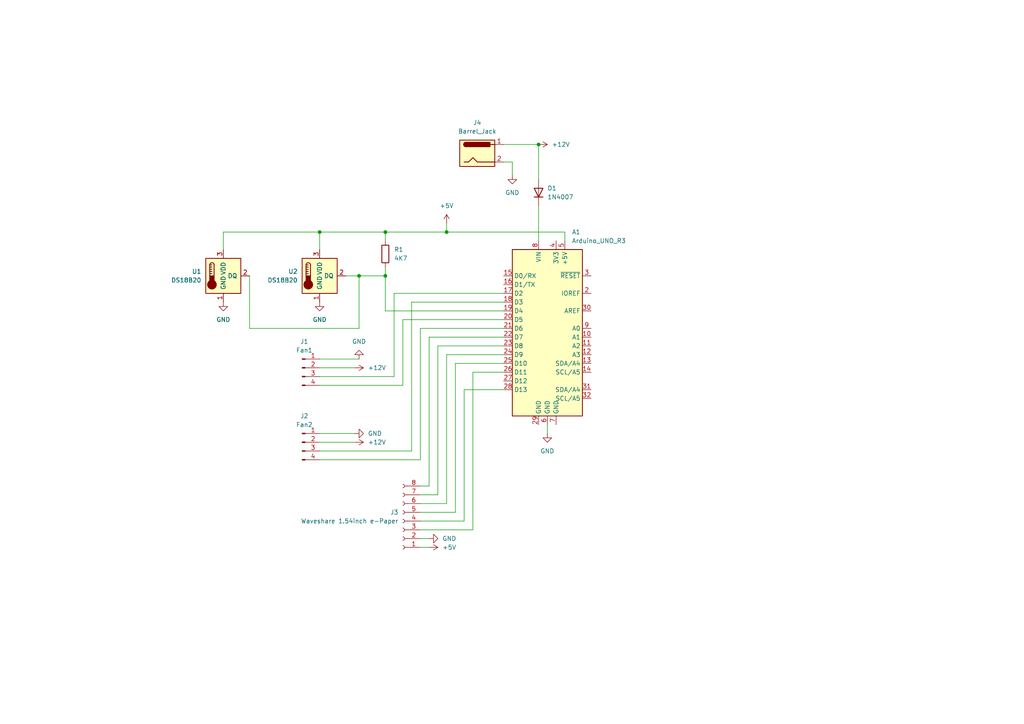
<source format=kicad_sch>
(kicad_sch (version 20211123) (generator eeschema)
  (paper "A4")
  (title_block (title "MQTT Fan Controller") (date "2022-07-22") (rev "1"))
  (lib_symbols
    (symbol "Connector:Barrel_Jack" (pin_names (offset 1.016))
      (property "Reference" "J" (at 0 5.334 0))
      (property "Value" "Barrel_Jack" (at 0 -5.08 0))
      (symbol "Barrel_Jack_0_1"
        (rectangle (start -5.08 3.81) (end 5.08 -3.81) (stroke (width 0.254)) (fill (type background)))
        (arc (start -3.302 3.175) (mid -3.937 2.54) (end -3.302 1.905) (stroke (width 0.254)))
        (arc (start -3.302 3.175) (mid -3.937 2.54) (end -3.302 1.905) (stroke (width 0.254)) (fill (type outline)))
        (polyline (pts (xy 5.08 2.54) (xy 3.81 2.54)) (stroke (width 0.254)))
        (polyline (pts (xy -3.81 -2.54) (xy -2.54 -2.54) (xy -1.27 -1.27) (xy 0 -2.54) (xy 2.54 -2.54) (xy 5.08 -2.54)) (stroke (width 0.254)))
        (rectangle (start 3.683 3.175) (end -3.302 1.905) (stroke (width 0.254)) (fill (type outline)))
      )
      (symbol "Barrel_Jack_1_1"
        (pin passive line (at 7.62 2.54 180) (length 2.54) (name "~") (number "1"))
        (pin passive line (at 7.62 -2.54 180) (length 2.54) (name "~") (number "2"))
      )
    )
    (symbol "Connector:Conn_01x04_Male" (pin_names (offset 1.016) hide)
      (property "Reference" "J" (at 0 5.08 0))
      (property "Value" "Conn_01x04_Male" (at 0 -7.62 0))
      (symbol "Conn_01x04_Male_1_1"
        (polyline (pts (xy 1.27 -5.08) (xy 0.8636 -5.08)) (stroke (width 0.1524)))
        (polyline (pts (xy 1.27 -2.54) (xy 0.8636 -2.54)) (stroke (width 0.1524)))
        (polyline (pts (xy 1.27 0) (xy 0.8636 0)) (stroke (width 0.1524)))
        (polyline (pts (xy 1.27 2.54) (xy 0.8636 2.54)) (stroke (width 0.1524)))
        (rectangle (start 0.8636 -4.953) (end 0 -5.207) (stroke (width 0.1524)) (fill (type outline)))
        (rectangle (start 0.8636 -2.413) (end 0 -2.667) (stroke (width 0.1524)) (fill (type outline)))
        (rectangle (start 0.8636 0.127) (end 0 -0.127) (stroke (width 0.1524)) (fill (type outline)))
        (rectangle (start 0.8636 2.667) (end 0 2.413) (stroke (width 0.1524)) (fill (type outline)))
        (pin passive line (at 5.08 2.54 180) (length 3.81) (name "Pin_1") (number "1"))
        (pin passive line (at 5.08 0 180) (length 3.81) (name "Pin_2") (number "2"))
        (pin passive line (at 5.08 -2.54 180) (length 3.81) (name "Pin_3") (number "3"))
        (pin passive line (at 5.08 -5.08 180) (length 3.81) (name "Pin_4") (number "4"))
      )
    )
    (symbol "Connector:Conn_01x08_Female" (pin_names (offset 1.016) hide)
      (property "Reference" "J" (at 0 10.16 0))
      (property "Value" "Conn_01x08_Female" (at 0 -12.7 0))
      (symbol "Conn_01x08_Female_1_1"
        (arc (start 0 -9.652) (mid -0.508 -10.16) (end 0 -10.668) (stroke (width 0.1524)))
        (arc (start 0 -7.112) (mid -0.508 -7.62) (end 0 -8.128) (stroke (width 0.1524)))
        (arc (start 0 -4.572) (mid -0.508 -5.08) (end 0 -5.588) (stroke (width 0.1524)))
        (arc (start 0 -2.032) (mid -0.508 -2.54) (end 0 -3.048) (stroke (width 0.1524)))
        (polyline (pts (xy -1.27 -10.16) (xy -0.508 -10.16)) (stroke (width 0.1524)))
        (polyline (pts (xy -1.27 -7.62) (xy -0.508 -7.62)) (stroke (width 0.1524)))
        (polyline (pts (xy -1.27 -5.08) (xy -0.508 -5.08)) (stroke (width 0.1524)))
        (polyline (pts (xy -1.27 -2.54) (xy -0.508 -2.54)) (stroke (width 0.1524)))
        (polyline (pts (xy -1.27 0) (xy -0.508 0)) (stroke (width 0.1524)))
        (polyline (pts (xy -1.27 2.54) (xy -0.508 2.54)) (stroke (width 0.1524)))
        (polyline (pts (xy -1.27 5.08) (xy -0.508 5.08)) (stroke (width 0.1524)))
        (polyline (pts (xy -1.27 7.62) (xy -0.508 7.62)) (stroke (width 0.1524)))
        (arc (start 0 0.508) (mid -0.508 0) (end 0 -0.508) (stroke (width 0.1524)))
        (arc (start 0 3.048) (mid -0.508 2.54) (end 0 2.032) (stroke (width 0.1524)))
        (arc (start 0 5.588) (mid -0.508 5.08) (end 0 4.572) (stroke (width 0.1524)))
        (arc (start 0 8.128) (mid -0.508 7.62) (end 0 7.112) (stroke (width 0.1524)))
        (pin passive line (at -5.08 7.62 0) (length 3.81) (name "Pin_1") (number "1"))
        (pin passive line (at -5.08 5.08 0) (length 3.81) (name "Pin_2") (number "2"))
        (pin passive line (at -5.08 2.54 0) (length 3.81) (name "Pin_3") (number "3"))
        (pin passive line (at -5.08 0 0) (length 3.81) (name "Pin_4") (number "4"))
        (pin passive line (at -5.08 -2.54 0) (length 3.81) (name "Pin_5") (number "5"))
        (pin passive line (at -5.08 -5.08 0) (length 3.81) (name "Pin_6") (number "6"))
        (pin passive line (at -5.08 -7.62 0) (length 3.81) (name "Pin_7") (number "7"))
        (pin passive line (at -5.08 -10.16 0) (length 3.81) (name "Pin_8") (number "8"))
      )
    )
    (symbol "Device:R" (pin_numbers hide) (pin_names (offset 0))
      (property "Reference" "R" (at 2.032 0 90))
      (property "Value" "R" (at 0 0 90))
      (symbol "R_0_1"
        (rectangle (start -1.016 -2.54) (end 1.016 2.54) (stroke (width 0.254)))
      )
      (symbol "R_1_1"
        (pin passive line (at 0 3.81 270) (length 1.27) (name "~") (number "1"))
        (pin passive line (at 0 -3.81 90) (length 1.27) (name "~") (number "2"))
      )
    )
    (symbol "Diode:1N4007" (pin_numbers hide) (pin_names (offset 1.016) hide)
      (property "Reference" "D" (at 0 2.54 0))
      (property "Value" "1N4007" (at 0 -2.54 0))
      (symbol "1N4007_0_1"
        (polyline (pts (xy -1.27 1.27) (xy -1.27 -1.27)) (stroke (width 0.254)))
        (polyline (pts (xy 1.27 0) (xy -1.27 0)))
        (polyline (pts (xy 1.27 1.27) (xy 1.27 -1.27) (xy -1.27 0) (xy 1.27 1.27)) (stroke (width 0.254)))
      )
      (symbol "1N4007_1_1"
        (pin passive line (at -3.81 0 0) (length 2.54) (name "K") (number "1"))
        (pin passive line (at 3.81 0 180) (length 2.54) (name "A") (number "2"))
      )
    )
    (symbol "MCU_Module:Arduino_UNO_R3"
      (property "Reference" "A" (at -10.16 23.495 0))
      (property "Value" "Arduino_UNO_R3" (at 5.08 -26.67 0))
      (symbol "Arduino_UNO_R3_0_1"
        (rectangle (start -10.16 22.86) (end 10.16 -25.4) (stroke (width 0.254)) (fill (type background)))
      )
      (symbol "Arduino_UNO_R3_1_1"
        (pin no_connect line (at -10.16 -20.32 0) (length 2.54) hide (name "NC") (number "1"))
        (pin bidirectional line (at 12.7 -2.54 180) (length 2.54) (name "A1") (number "10"))
        (pin bidirectional line (at 12.7 -5.08 180) (length 2.54) (name "A2") (number "11"))
        (pin bidirectional line (at 12.7 -7.62 180) (length 2.54) (name "A3") (number "12"))
        (pin bidirectional line (at 12.7 -10.16 180) (length 2.54) (name "SDA/A4") (number "13"))
        (pin bidirectional line (at 12.7 -12.7 180) (length 2.54) (name "SCL/A5") (number "14"))
        (pin bidirectional line (at -12.7 15.24 0) (length 2.54) (name "D0/RX") (number "15"))
        (pin bidirectional line (at -12.7 12.7 0) (length 2.54) (name "D1/TX") (number "16"))
        (pin bidirectional line (at -12.7 10.16 0) (length 2.54) (name "D2") (number "17"))
        (pin bidirectional line (at -12.7 7.62 0) (length 2.54) (name "D3") (number "18"))
        (pin bidirectional line (at -12.7 5.08 0) (length 2.54) (name "D4") (number "19"))
        (pin output line (at 12.7 10.16 180) (length 2.54) (name "IOREF") (number "2"))
        (pin bidirectional line (at -12.7 2.54 0) (length 2.54) (name "D5") (number "20"))
        (pin bidirectional line (at -12.7 0 0) (length 2.54) (name "D6") (number "21"))
        (pin bidirectional line (at -12.7 -2.54 0) (length 2.54) (name "D7") (number "22"))
        (pin bidirectional line (at -12.7 -5.08 0) (length 2.54) (name "D8") (number "23"))
        (pin bidirectional line (at -12.7 -7.62 0) (length 2.54) (name "D9") (number "24"))
        (pin bidirectional line (at -12.7 -10.16 0) (length 2.54) (name "D10") (number "25"))
        (pin bidirectional line (at -12.7 -12.7 0) (length 2.54) (name "D11") (number "26"))
        (pin bidirectional line (at -12.7 -15.24 0) (length 2.54) (name "D12") (number "27"))
        (pin bidirectional line (at -12.7 -17.78 0) (length 2.54) (name "D13") (number "28"))
        (pin power_in line (at -2.54 -27.94 90) (length 2.54) (name "GND") (number "29"))
        (pin input line (at 12.7 15.24 180) (length 2.54) (name "~{RESET}") (number "3"))
        (pin input line (at 12.7 5.08 180) (length 2.54) (name "AREF") (number "30"))
        (pin bidirectional line (at 12.7 -17.78 180) (length 2.54) (name "SDA/A4") (number "31"))
        (pin bidirectional line (at 12.7 -20.32 180) (length 2.54) (name "SCL/A5") (number "32"))
        (pin power_out line (at 2.54 25.4 270) (length 2.54) (name "3V3") (number "4"))
        (pin power_out line (at 5.08 25.4 270) (length 2.54) (name "+5V") (number "5"))
        (pin power_in line (at 0 -27.94 90) (length 2.54) (name "GND") (number "6"))
        (pin power_in line (at 2.54 -27.94 90) (length 2.54) (name "GND") (number "7"))
        (pin power_in line (at -2.54 25.4 270) (length 2.54) (name "VIN") (number "8"))
        (pin bidirectional line (at 12.7 0 180) (length 2.54) (name "A0") (number "9"))
      )
    )
    (symbol "Sensor_Temperature:DS18B20" (pin_names (offset 1.016))
      (property "Reference" "U" (at -3.81 6.35 0))
      (property "Value" "DS18B20" (at 6.35 6.35 0))
      (symbol "DS18B20_0_1"
        (rectangle (start -5.08 5.08) (end 5.08 -5.08) (stroke (width 0.254)) (fill (type background)))
        (circle (center -3.302 -2.54) (radius 1.27) (stroke (width 0.254)) (fill (type outline)))
        (rectangle (start -2.667 -1.905) (end -3.937 0) (stroke (width 0.254)) (fill (type outline)))
        (arc (start -2.667 3.175) (mid -3.302 3.81) (end -3.937 3.175) (stroke (width 0.254)))
        (polyline (pts (xy -3.937 0.635) (xy -3.302 0.635)) (stroke (width 0.254)))
        (polyline (pts (xy -3.937 1.27) (xy -3.302 1.27)) (stroke (width 0.254)))
        (polyline (pts (xy -3.937 1.905) (xy -3.302 1.905)) (stroke (width 0.254)))
        (polyline (pts (xy -3.937 2.54) (xy -3.302 2.54)) (stroke (width 0.254)))
        (polyline (pts (xy -3.937 3.175) (xy -3.937 0)) (stroke (width 0.254)))
        (polyline (pts (xy -3.937 3.175) (xy -3.302 3.175)) (stroke (width 0.254)))
        (polyline (pts (xy -2.667 3.175) (xy -2.667 0)) (stroke (width 0.254)))
      )
      (symbol "DS18B20_1_1"
        (pin power_in line (at 0 -7.62 90) (length 2.54) (name "GND") (number "1"))
        (pin bidirectional line (at 7.62 0 180) (length 2.54) (name "DQ") (number "2"))
        (pin power_in line (at 0 7.62 270) (length 2.54) (name "VDD") (number "3"))
      )
    )
    (symbol "power:+12V" (power) (pin_names (offset 0))
      (property "Value" "+12V" (at 0 3.556 0))
      (symbol "+12V_0_1"
        (polyline (pts (xy -0.762 1.27) (xy 0 2.54)))
        (polyline (pts (xy 0 0) (xy 0 2.54)))
        (polyline (pts (xy 0 2.54) (xy 0.762 1.27)))
      )
      (symbol "+12V_1_1"
        (pin power_in line (at 0 0 90) (length 0) hide (name "+12V") (number "1"))
      )
    )
    (symbol "power:+5V" (power) (pin_names (offset 0))
      (property "Value" "+5V" (at 0 3.556 0))
      (symbol "+5V_0_1"
        (polyline (pts (xy -0.762 1.27) (xy 0 2.54)))
        (polyline (pts (xy 0 0) (xy 0 2.54)))
        (polyline (pts (xy 0 2.54) (xy 0.762 1.27)))
      )
      (symbol "+5V_1_1"
        (pin power_in line (at 0 0 90) (length 0) hide (name "+5V") (number "1"))
      )
    )
    (symbol "power:GND" (power) (pin_names (offset 0))
      (property "Value" "GND" (at 0 -3.81 0))
      (symbol "GND_0_1"
        (polyline (pts (xy 0 0) (xy 0 -1.27) (xy 1.27 -1.27) (xy 0 -2.54) (xy -1.27 -1.27) (xy 0 -1.27)))
      )
      (symbol "GND_1_1"
        (pin power_in line (at 0 0 270) (length 0) hide (name "GND") (number "1"))
      )
    )
  )
  (junction (at 129.54 67.31))
  (junction (at 156.21 41.91))
  (junction (at 111.76 67.31))
  (junction (at 92.71 67.31))
  (junction (at 111.76 80.01))
  (junction (at 104.14 80.01))
  (wire (pts (xy 119.38 87.63) (xy 119.38 130.81)))
  (wire (pts (xy 163.83 67.31) (xy 163.83 69.85)))
  (wire (pts (xy 92.71 109.22) (xy 114.3 109.22)))
  (wire (pts (xy 129.54 146.05) (xy 129.54 102.87)))
  (wire (pts (xy 146.05 41.91) (xy 156.21 41.91)))
  (wire (pts (xy 104.14 95.25) (xy 104.14 80.01)))
  (wire (pts (xy 124.46 97.79) (xy 146.05 97.79)))
  (wire (pts (xy 92.71 133.35) (xy 121.92 133.35)))
  (wire (pts (xy 156.21 59.69) (xy 156.21 69.85)))
  (wire (pts (xy 111.76 67.31) (xy 111.76 69.85)))
  (wire (pts (xy 127 100.33) (xy 146.05 100.33)))
  (wire (pts (xy 134.62 151.13) (xy 134.62 113.03)))
  (wire (pts (xy 132.08 148.59) (xy 132.08 105.41)))
  (wire (pts (xy 134.62 113.03) (xy 146.05 113.03)))
  (wire (pts (xy 104.14 80.01) (xy 111.76 80.01)))
  (wire (pts (xy 64.77 67.31) (xy 92.71 67.31)))
  (wire (pts (xy 146.05 90.17) (xy 111.76 90.17)))
  (wire (pts (xy 92.71 125.73) (xy 102.87 125.73)))
  (wire (pts (xy 121.92 143.51) (xy 127 143.51)))
  (wire (pts (xy 119.38 87.63) (xy 146.05 87.63)))
  (wire (pts (xy 92.71 128.27) (xy 102.87 128.27)))
  (wire (pts (xy 72.39 80.01) (xy 72.39 95.25)))
  (wire (pts (xy 92.71 67.31) (xy 92.71 72.39)))
  (wire (pts (xy 132.08 105.41) (xy 146.05 105.41)))
  (wire (pts (xy 92.71 67.31) (xy 111.76 67.31)))
  (wire (pts (xy 124.46 158.75) (xy 121.92 158.75)))
  (wire (pts (xy 100.33 80.01) (xy 104.14 80.01)))
  (wire (pts (xy 92.71 130.81) (xy 119.38 130.81)))
  (wire (pts (xy 121.92 95.25) (xy 146.05 95.25)))
  (wire (pts (xy 129.54 64.77) (xy 129.54 67.31)))
  (wire (pts (xy 148.59 50.8) (xy 148.59 46.99)))
  (wire (pts (xy 111.76 90.17) (xy 111.76 80.01)))
  (wire (pts (xy 72.39 95.25) (xy 104.14 95.25)))
  (wire (pts (xy 116.84 111.76) (xy 116.84 92.71)))
  (wire (pts (xy 121.92 153.67) (xy 137.16 153.67)))
  (wire (pts (xy 127 143.51) (xy 127 100.33)))
  (wire (pts (xy 92.71 106.68) (xy 102.87 106.68)))
  (wire (pts (xy 121.92 140.97) (xy 124.46 140.97)))
  (wire (pts (xy 156.21 41.91) (xy 156.21 52.07)))
  (wire (pts (xy 121.92 151.13) (xy 134.62 151.13)))
  (wire (pts (xy 129.54 67.31) (xy 163.83 67.31)))
  (wire (pts (xy 121.92 148.59) (xy 132.08 148.59)))
  (wire (pts (xy 114.3 85.09) (xy 146.05 85.09)))
  (wire (pts (xy 111.76 77.47) (xy 111.76 80.01)))
  (wire (pts (xy 116.84 92.71) (xy 146.05 92.71)))
  (wire (pts (xy 121.92 146.05) (xy 129.54 146.05)))
  (wire (pts (xy 111.76 67.31) (xy 129.54 67.31)))
  (wire (pts (xy 137.16 107.95) (xy 146.05 107.95)))
  (wire (pts (xy 121.92 133.35) (xy 121.92 95.25)))
  (wire (pts (xy 92.71 104.14) (xy 104.14 104.14)))
  (wire (pts (xy 124.46 156.21) (xy 121.92 156.21)))
  (wire (pts (xy 64.77 72.39) (xy 64.77 67.31)))
  (wire (pts (xy 114.3 85.09) (xy 114.3 109.22)))
  (wire (pts (xy 158.75 125.73) (xy 158.75 123.19)))
  (wire (pts (xy 92.71 111.76) (xy 116.84 111.76)))
  (wire (pts (xy 137.16 153.67) (xy 137.16 107.95)))
  (wire (pts (xy 129.54 102.87) (xy 146.05 102.87)))
  (wire (pts (xy 124.46 140.97) (xy 124.46 97.79)))
  (wire (pts (xy 148.59 46.99) (xy 146.05 46.99)))
  (symbol (lib_id "Connector:Conn_01x04_Male") (at 87.63 106.68 0) (unit 1)
    (property "Reference" "J1" (at 88.265 99.06 0))
    (property "Value" "Fan1" (at 88.265 101.6 0))
  )
  (symbol (lib_id "Connector:Barrel_Jack") (at 138.43 44.45 0) (unit 1)
    (property "Reference" "J4" (at 138.43 35.56 0))
    (property "Value" "Barrel_Jack" (at 138.43 38.1 0))
  )
  (symbol (lib_id "Sensor_Temperature:DS18B20") (at 64.77 80.01 0) (unit 1)
    (property "Reference" "U1" (at 58.42 78.7399 0) (effects (justify right)))
    (property "Value" "DS18B20" (at 58.42 81.2799 0) (effects (justify right)))
    (property "Footprint" "Package_TO_SOT_THT:TO-92_Inline" (effects hide))
    (property "Datasheet" "http://datasheets.maximintegrated.com/en/ds/DS18B20.pdf" (effects hide))
  )
  (symbol (lib_id "Connector:Conn_01x08_Female") (at 116.84 151.13 180) (unit 1)
    (property "Reference" "J3" (at 115.57 148.5899 0) (effects (justify left)))
    (property "Value" "Waveshare 1.54inch e-Paper" (at 115.57 151.1299 0) (effects (justify left)))
  )
  (symbol (lib_id "power:GND") (at 92.71 87.63 0) (unit 1)
    (property "Reference" "#PWR02" (effects hide))
    (property "Value" "GND" (at 92.71 92.71 0))
  )
  (symbol (lib_id "power:GND") (at 158.75 125.73 0) (unit 1)
    (property "Reference" "#PWR09" (effects hide))
    (property "Value" "GND" (at 158.75 130.81 0))
  )
  (symbol (lib_id "power:GND") (at 104.14 104.14 180) (unit 1)
    (property "Reference" "#PWR06" (effects hide))
    (property "Value" "GND" (at 104.14 99.06 0))
  )
  (symbol (lib_id "power:GND") (at 102.87 125.73 90) (unit 1)
    (property "Reference" "#PWR04" (effects hide))
    (property "Value" "GND" (at 106.68 125.7299 90) (effects (justify right)))
  )
  (symbol (lib_id "Diode:1N4007") (at 156.21 55.88 90) (unit 1)
    (property "Reference" "D1" (at 158.75 54.6099 90) (effects (justify right)))
    (property "Value" "1N4007" (at 158.75 57.1499 90) (effects (justify right)))
    (property "Footprint" "Diode_THT:D_DO-41_SOD81_P10.16mm_Horizontal" (effects hide))
    (property "Datasheet" "http://www.vishay.com/docs/88503/1n4001.pdf" (effects hide))
  )
  (symbol (lib_id "power:+12V") (at 156.21 41.91 270) (unit 1)
    (property "Reference" "#PWR08" (effects hide))
    (property "Value" "+12V" (at 160.02 41.9099 90) (effects (justify left)))
  )
  (symbol (lib_id "Device:R") (at 111.76 73.66 0) (unit 1)
    (property "Reference" "R1" (at 114.3 72.3899 0) (effects (justify left)))
    (property "Value" "4K7" (at 114.3 74.9299 0) (effects (justify left)))
  )
  (symbol (lib_id "power:+12V") (at 102.87 106.68 270) (unit 1)
    (property "Reference" "#PWR03" (effects hide))
    (property "Value" "+12V" (at 106.68 106.6799 90) (effects (justify left)))
  )
  (symbol (lib_id "power:GND") (at 64.77 87.63 0) (unit 1)
    (property "Reference" "#PWR01" (effects hide))
    (property "Value" "GND" (at 64.77 92.71 0))
  )
  (symbol (lib_id "Connector:Conn_01x04_Male") (at 87.63 128.27 0) (unit 1)
    (property "Reference" "J2" (at 88.265 120.65 0))
    (property "Value" "Fan2" (at 88.265 123.19 0))
  )
  (symbol (lib_id "MCU_Module:Arduino_UNO_R3") (at 158.75 95.25 0) (unit 1)
    (property "Reference" "A1" (at 165.8494 67.31 0) (effects (justify left)))
    (property "Value" "Arduino_UNO_R3" (at 165.8494 69.85 0) (effects (justify left)))
    (property "Footprint" "Module:Arduino_UNO_R3" (effects hide))
    (property "Datasheet" "https://www.arduino.cc/en/Main/arduinoBoardUno" (effects hide))
  )
  (symbol (lib_id "power:GND") (at 148.59 50.8 0) (unit 1)
    (property "Reference" "#PWR07" (effects hide))
    (property "Value" "GND" (at 148.59 55.88 0))
  )
  (symbol (lib_id "power:+12V") (at 102.87 128.27 270) (unit 1)
    (property "Reference" "#PWR05" (effects hide))
    (property "Value" "+12V" (at 106.68 128.2699 90) (effects (justify left)))
  )
  (symbol (lib_id "power:GND") (at 124.46 156.21 90) (unit 1)
    (property "Reference" "#PWR?" (effects hide))
    (property "Value" "GND" (at 128.27 156.2099 90) (effects (justify right)))
  )
  (symbol (lib_id "power:+5V") (at 124.46 158.75 270) (unit 1)
    (property "Reference" "#PWR?" (effects hide))
    (property "Value" "+5V" (at 128.27 158.7499 90) (effects (justify left)))
  )
  (symbol (lib_id "power:+5V") (at 129.54 64.77 0) (unit 1)
    (property "Reference" "#PWR?" (effects hide))
    (property "Value" "+5V" (at 129.54 59.69 0))
  )
  (symbol (lib_id "Sensor_Temperature:DS18B20") (at 92.71 80.01 0) (unit 1)
    (property "Reference" "U2" (at 86.36 78.7399 0) (effects (justify right)))
    (property "Value" "DS18B20" (at 86.36 81.2799 0) (effects (justify right)))
    (property "Footprint" "Package_TO_SOT_THT:TO-92_Inline" (effects hide))
    (property "Datasheet" "http://datasheets.maximintegrated.com/en/ds/DS18B20.pdf" (effects hide))
  )
)
</source>
